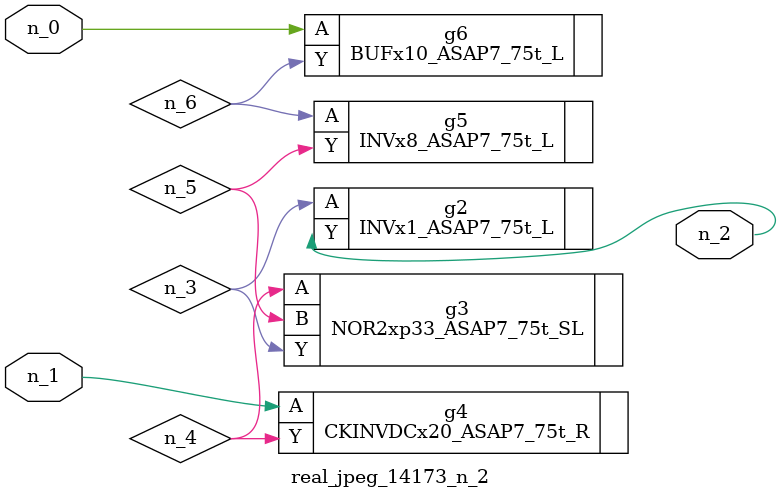
<source format=v>
module real_jpeg_14173_n_2 (n_1, n_0, n_2);

input n_1;
input n_0;

output n_2;

wire n_5;
wire n_4;
wire n_6;
wire n_3;

BUFx10_ASAP7_75t_L g6 ( 
.A(n_0),
.Y(n_6)
);

CKINVDCx20_ASAP7_75t_R g4 ( 
.A(n_1),
.Y(n_4)
);

INVx1_ASAP7_75t_L g2 ( 
.A(n_3),
.Y(n_2)
);

NOR2xp33_ASAP7_75t_SL g3 ( 
.A(n_4),
.B(n_5),
.Y(n_3)
);

INVx8_ASAP7_75t_L g5 ( 
.A(n_6),
.Y(n_5)
);


endmodule
</source>
